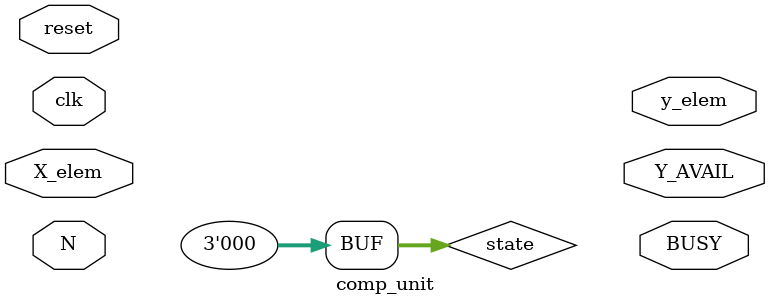
<source format=v>
`timescale 1ns / 1ps


module comp_unit(
	input clk,
	input reset,
 	input N,
 	input [31:0] X_elem,
 	output BUSY,
 	output Y_AVAIL,
 	output [31:0] y_elem
    );
    
    parameter S0_IDLE = 0;
    parameter S1_GETX = 1;
    parameter S2_TRGR = 2;
    parameter S3_COMP = 3;
    parameter S4_SNDY = 4;
    
    reg [31:0] counter;
    reg [31:0] counter_max;
    reg [2:0] state;
    reg [2:0] next_state;
    
    
    // combinational part of FSM.
    // next state determined by results from 
    // other sequential components
    always @(*) begin
    	case (state)
    		S0_IDLE: begin 	// initialise signals
    		
    		end
    		S1_GETX: begin 	// get X elements
    		
    		end
    		S2_TRGR: begin 	// wait for trigger
    		
    		end
    		S3_COMP: begin 	// compute and store
    		
    		end
    		S4_SNDY: begin 	// send y elements
    		
    		end
    		default: begin
    			state = S0_IDLE;
    		end
    	endcase
    end
    
    
    // sequential part of FSM
    always @(posedge clk) begin
    	if (reset == 1'b1)
    		state <= S0_IDLE;
    	else
    		state <= next_state;
    end
    
endmodule

</source>
